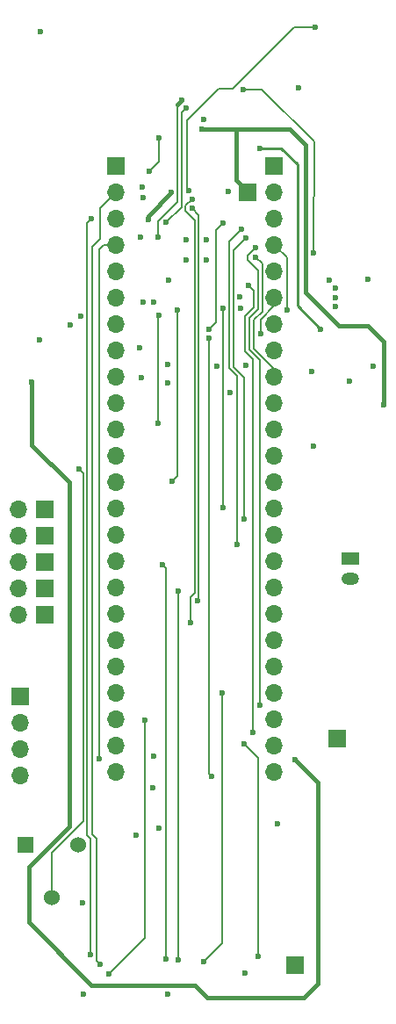
<source format=gbr>
G04 #@! TF.FileFunction,Copper,L4,Bot,Signal*
%FSLAX46Y46*%
G04 Gerber Fmt 4.6, Leading zero omitted, Abs format (unit mm)*
G04 Created by KiCad (PCBNEW 4.0.0-stable) date Friday, August 18, 2017 'PMt' 03:24:48 PM*
%MOMM*%
G01*
G04 APERTURE LIST*
%ADD10C,0.100000*%
%ADD11R,1.700000X1.200000*%
%ADD12O,1.700000X1.200000*%
%ADD13R,1.700000X1.700000*%
%ADD14O,1.700000X1.700000*%
%ADD15R,1.524000X1.524000*%
%ADD16C,1.524000*%
%ADD17C,0.600000*%
%ADD18C,0.177800*%
%ADD19C,0.381000*%
%ADD20C,0.203200*%
%ADD21C,0.250000*%
G04 APERTURE END LIST*
D10*
D11*
X135636000Y-81280000D03*
D12*
X135636000Y-83280000D03*
D13*
X130302000Y-120548400D03*
X103733600Y-94589600D03*
D14*
X103733600Y-97129600D03*
X103733600Y-99669600D03*
X103733600Y-102209600D03*
D13*
X134315200Y-98653600D03*
X113030000Y-43434000D03*
D14*
X113030000Y-45974000D03*
X113030000Y-48514000D03*
X113030000Y-51054000D03*
X113030000Y-53594000D03*
X113030000Y-56134000D03*
X113030000Y-58674000D03*
X113030000Y-61214000D03*
X113030000Y-63754000D03*
X113030000Y-66294000D03*
X113030000Y-68834000D03*
X113030000Y-71374000D03*
X113030000Y-73914000D03*
X113030000Y-76454000D03*
X113030000Y-78994000D03*
X113030000Y-81534000D03*
X113030000Y-84074000D03*
X113030000Y-86614000D03*
X113030000Y-89154000D03*
X113030000Y-91694000D03*
X113030000Y-94234000D03*
X113030000Y-96774000D03*
X113030000Y-99314000D03*
X113030000Y-101854000D03*
D13*
X125730000Y-45974000D03*
X128270000Y-43434000D03*
D14*
X128270000Y-45974000D03*
X128270000Y-48514000D03*
X128270000Y-51054000D03*
X128270000Y-53594000D03*
X128270000Y-56134000D03*
X128270000Y-58674000D03*
X128270000Y-61214000D03*
X128270000Y-63754000D03*
X128270000Y-66294000D03*
X128270000Y-68834000D03*
X128270000Y-71374000D03*
X128270000Y-73914000D03*
X128270000Y-76454000D03*
X128270000Y-78994000D03*
X128270000Y-81534000D03*
X128270000Y-84074000D03*
X128270000Y-86614000D03*
X128270000Y-89154000D03*
X128270000Y-91694000D03*
X128270000Y-94234000D03*
X128270000Y-96774000D03*
X128270000Y-99314000D03*
X128270000Y-101854000D03*
D13*
X106121200Y-76555600D03*
D14*
X103581200Y-76555600D03*
D13*
X106121200Y-79095600D03*
D14*
X103581200Y-79095600D03*
D13*
X106121200Y-81635600D03*
D14*
X103581200Y-81635600D03*
D13*
X106121200Y-84175600D03*
D14*
X103581200Y-84175600D03*
D13*
X106121200Y-86715600D03*
D14*
X103581200Y-86715600D03*
D15*
X104241600Y-108915200D03*
D16*
X109321600Y-108915200D03*
X106781600Y-113995200D03*
D17*
X132219700Y-30073600D03*
X119989600Y-45847000D03*
X132054600Y-70472300D03*
X137845800Y-62801500D03*
X109791500Y-114528600D03*
X116598700Y-100342700D03*
X119801600Y-52512000D03*
X121701600Y-52512000D03*
X121701600Y-50612000D03*
X119801600Y-50612000D03*
X122732800Y-62788800D03*
X109575600Y-57912000D03*
X115595400Y-56603900D03*
X115392200Y-50342800D03*
X105702100Y-30505400D03*
X130632200Y-35902900D03*
X121488200Y-38950900D03*
X123850400Y-45935900D03*
X115531900Y-45466000D03*
X124980700Y-57175400D03*
X128587500Y-106870500D03*
X114960400Y-107950000D03*
X109829600Y-123342400D03*
X118008400Y-123342400D03*
X125476000Y-121310400D03*
X131876800Y-63246000D03*
X135534400Y-64211200D03*
X134162800Y-57048400D03*
X134162800Y-55270400D03*
X134162800Y-56184800D03*
X117983000Y-64389000D03*
X118110000Y-54483000D03*
X124955300Y-56083200D03*
X125526800Y-62699900D03*
X117144800Y-107340400D03*
X116586000Y-103428800D03*
X115582700Y-46545500D03*
X117983000Y-62611000D03*
X115443000Y-63881000D03*
X105664000Y-60198000D03*
X116598700Y-56591200D03*
X116090700Y-48666400D03*
X118338600Y-46050200D03*
X123977400Y-65303400D03*
X133604000Y-54483000D03*
X137261600Y-54356000D03*
X115316000Y-61010800D03*
X108585000Y-58801000D03*
X109423200Y-72694800D03*
X138836400Y-66497200D03*
X121323100Y-39916100D03*
X123342400Y-48996600D03*
X121958100Y-59232800D03*
X104902000Y-64262000D03*
X130251200Y-100685600D03*
X125234700Y-36093400D03*
X132080000Y-51866800D03*
X126847600Y-41757600D03*
X132740400Y-59182000D03*
X126466600Y-51308000D03*
X126898400Y-95478600D03*
X126199900Y-98082100D03*
X125818900Y-54991000D03*
X111480600Y-120459500D03*
X110566200Y-119468900D03*
X110667800Y-48526700D03*
X111353600Y-100584000D03*
X125374400Y-99161600D03*
X126746000Y-119634000D03*
X122212100Y-102311200D03*
X121983500Y-60071000D03*
X117081300Y-68313300D03*
X117106700Y-57848500D03*
X118376700Y-73875900D03*
X118910100Y-57365900D03*
X117805200Y-119938800D03*
X117449600Y-81889600D03*
X118986300Y-84429600D03*
X118973600Y-119989600D03*
X129476500Y-57365900D03*
X126936500Y-59613800D03*
X126453900Y-52260500D03*
X123367800Y-76428600D03*
X123304300Y-57162700D03*
X121462800Y-120142000D03*
X123240800Y-94234000D03*
X112293400Y-121399300D03*
X115773200Y-96875600D03*
X125349000Y-77495400D03*
X125488700Y-50431700D03*
X124701300Y-79921100D03*
X125107700Y-49555400D03*
X120332500Y-47536100D03*
X120891300Y-85356700D03*
X120332500Y-46685200D03*
X120154700Y-87528400D03*
X117843300Y-48882300D03*
X119761000Y-37871400D03*
X117068600Y-50368200D03*
X119316500Y-37122100D03*
X117170200Y-40767000D03*
X116230400Y-44005500D03*
D18*
X130213100Y-30073600D02*
X132219700Y-30073600D01*
X124244100Y-36042600D02*
X130213100Y-30073600D01*
X122885200Y-36042600D02*
X124244100Y-36042600D01*
X119875300Y-39052500D02*
X122885200Y-36042600D01*
X119875300Y-45732700D02*
X119875300Y-39052500D01*
X119989600Y-45847000D02*
X119875300Y-45732700D01*
X119801600Y-52512000D02*
X119799100Y-52514500D01*
X121701600Y-52512000D02*
X121704100Y-52514500D01*
X121701600Y-50612000D02*
X121704100Y-50609500D01*
X119801600Y-50612000D02*
X119799100Y-50609500D01*
D19*
X115392200Y-50342800D02*
X115392200Y-50304700D01*
X128587500Y-106870500D02*
X128587500Y-106908600D01*
X116090700Y-48298100D02*
X116090700Y-48666400D01*
X118338600Y-46050200D02*
X116090700Y-48298100D01*
X133604000Y-54483000D02*
X133604000Y-54457600D01*
D20*
X106781600Y-113995200D02*
X106781600Y-109702600D01*
X109832798Y-73104398D02*
X109423200Y-72694800D01*
X109832798Y-106651402D02*
X109832798Y-73104398D01*
X106781600Y-109702600D02*
X109832798Y-106651402D01*
D19*
X138836400Y-61417200D02*
X138836400Y-60401200D01*
X138836400Y-66497200D02*
X138836400Y-61417200D01*
X131267200Y-52578000D02*
X131267200Y-41452800D01*
X131267200Y-41452800D02*
X129743200Y-39928800D01*
X124561600Y-39928800D02*
X129743200Y-39928800D01*
X131267200Y-55676800D02*
X131267200Y-52578000D01*
X134467600Y-58877200D02*
X131267200Y-55676800D01*
X137312400Y-58877200D02*
X134467600Y-58877200D01*
X138836400Y-60401200D02*
X137312400Y-58877200D01*
X125730000Y-45974000D02*
X124561600Y-44805600D01*
X124561600Y-44805600D02*
X124561600Y-39928800D01*
X124561600Y-39928800D02*
X121323100Y-39916100D01*
D18*
X122669300Y-49669700D02*
X123342400Y-48996600D01*
X122669300Y-58521600D02*
X122669300Y-49669700D01*
X121958100Y-59232800D02*
X122669300Y-58521600D01*
D19*
X108483400Y-107111800D02*
X108483400Y-73990200D01*
X104902000Y-70408800D02*
X104902000Y-64262000D01*
X108483400Y-73990200D02*
X104902000Y-70408800D01*
X130251200Y-100685600D02*
X132486400Y-102920800D01*
X104597200Y-110998000D02*
X108483400Y-107111800D01*
X108483400Y-107111800D02*
X108508800Y-107086400D01*
X104597200Y-116382800D02*
X104597200Y-110998000D01*
X110655100Y-122466100D02*
X104597200Y-116382800D01*
X120611900Y-122466100D02*
X110655100Y-122466100D01*
X121818400Y-123647200D02*
X120611900Y-122466100D01*
X131114800Y-123647200D02*
X121818400Y-123647200D01*
X132486400Y-122275600D02*
X131114800Y-123647200D01*
X132486400Y-102920800D02*
X132486400Y-122275600D01*
D20*
X127055319Y-36097919D02*
X125247400Y-36106100D01*
X125247400Y-36106100D02*
X125234700Y-36093400D01*
X132080000Y-51866800D02*
X132089367Y-41131967D01*
X132089367Y-41131967D02*
X127055319Y-36097919D01*
D21*
X128930400Y-41757600D02*
X126847600Y-41757600D01*
X130505200Y-43332400D02*
X128930400Y-41757600D01*
X130505200Y-56946800D02*
X130505200Y-43332400D01*
X132740400Y-59182000D02*
X130505200Y-56946800D01*
D20*
X126466600Y-51308000D02*
X125679200Y-52095400D01*
X125679200Y-52095400D02*
X125679200Y-52501800D01*
X125679200Y-52501800D02*
X126698398Y-53520998D01*
X126698398Y-53520998D02*
X126698398Y-57287788D01*
X126698398Y-57287788D02*
X125882400Y-58103786D01*
X125882400Y-58103786D02*
X125882400Y-61187314D01*
X125882400Y-61187314D02*
X126898400Y-62203314D01*
X126898400Y-62203314D02*
X126898400Y-95478600D01*
X126199900Y-62075028D02*
X126199900Y-98082100D01*
X125479198Y-61354326D02*
X126199900Y-62075028D01*
X125479198Y-57936774D02*
X125479198Y-61354326D01*
X126295196Y-57120776D02*
X125479198Y-57936774D01*
X126295196Y-55467296D02*
X126295196Y-57120776D01*
X125818900Y-54991000D02*
X126295196Y-55467296D01*
X110731300Y-107873800D02*
X110731300Y-107886500D01*
X113030000Y-45974000D02*
X111480600Y-47523400D01*
X111175800Y-120103900D02*
X111480600Y-120459500D01*
X111175800Y-109207300D02*
X111175800Y-120103900D01*
X110731300Y-51282600D02*
X110731300Y-107873800D01*
X111480600Y-50533300D02*
X110731300Y-51282600D01*
X111480600Y-47523400D02*
X111480600Y-50533300D01*
X111175800Y-108331000D02*
X111175800Y-109207300D01*
X110731300Y-107886500D02*
X111175800Y-108331000D01*
X110566200Y-108356400D02*
X110566200Y-119468900D01*
X110236000Y-108026200D02*
X110566200Y-108356400D01*
X110236000Y-48958500D02*
X110236000Y-108026200D01*
X110667800Y-48526700D02*
X110236000Y-48958500D01*
X111810800Y-51054000D02*
X113030000Y-51054000D01*
X111353600Y-51511200D02*
X111810800Y-51054000D01*
X111353600Y-100584000D02*
X111353600Y-51511200D01*
X126746000Y-100533200D02*
X125374400Y-99161600D01*
X126746000Y-119634000D02*
X126746000Y-100533200D01*
X121983500Y-102082600D02*
X122212100Y-102311200D01*
X121983500Y-60071000D02*
X121983500Y-102082600D01*
X117081300Y-57873900D02*
X117081300Y-68313300D01*
X117106700Y-57848500D02*
X117081300Y-57873900D01*
X118910100Y-73342500D02*
X118376700Y-73875900D01*
X118910100Y-57365900D02*
X118910100Y-73342500D01*
X117805200Y-119938800D02*
X117805200Y-82245200D01*
X117805200Y-82245200D02*
X117449600Y-81889600D01*
X118973600Y-119989600D02*
X118986300Y-84429600D01*
X129476500Y-52260500D02*
X128270000Y-51054000D01*
X129476500Y-57365900D02*
X129476500Y-52260500D01*
X128270000Y-56134000D02*
X128270000Y-56946800D01*
X126936500Y-58280300D02*
X128270000Y-56946800D01*
X126936500Y-59651900D02*
X126936500Y-58280300D01*
X128270000Y-63754000D02*
X128270000Y-63004700D01*
X128270000Y-63004700D02*
X126314200Y-61048900D01*
X127101600Y-52908200D02*
X126453900Y-52260500D01*
X127101600Y-57492900D02*
X127101600Y-52908200D01*
X126314200Y-58280300D02*
X127101600Y-57492900D01*
X126314200Y-61048900D02*
X126314200Y-58280300D01*
X123367800Y-76428600D02*
X123367800Y-57226200D01*
X123367800Y-57226200D02*
X123304300Y-57162700D01*
X121462800Y-120142000D02*
X123240800Y-118364000D01*
X123240800Y-118364000D02*
X123240800Y-94234000D01*
X112293400Y-121399300D02*
X115760500Y-117919500D01*
X115760500Y-117919500D02*
X115773200Y-96875600D01*
D18*
X125349000Y-63842900D02*
X125349000Y-77495400D01*
X124345700Y-62839600D02*
X125349000Y-63842900D01*
X124345700Y-51574700D02*
X124345700Y-62839600D01*
X125488700Y-50431700D02*
X124345700Y-51574700D01*
X124701300Y-63729492D02*
X124701300Y-79921100D01*
X123904398Y-62932590D02*
X124701300Y-63729492D01*
X123904398Y-50758702D02*
X123904398Y-62932590D01*
X125107700Y-49555400D02*
X123904398Y-50758702D01*
D20*
X120332500Y-47536100D02*
X120980200Y-48183800D01*
X120980200Y-85267800D02*
X120891300Y-85356700D01*
X120980200Y-48183800D02*
X120980200Y-85267800D01*
X120332500Y-46685200D02*
X119710200Y-47307500D01*
X120154700Y-85001100D02*
X120154700Y-87528400D01*
X120576998Y-84578802D02*
X120154700Y-85001100D01*
X120576998Y-48694998D02*
X120576998Y-84578802D01*
X119710200Y-47828200D02*
X120576998Y-48694998D01*
X119710200Y-47307500D02*
X119710200Y-47828200D01*
D18*
X117843300Y-48882300D02*
X119316500Y-47409100D01*
X119316500Y-38315900D02*
X119761000Y-37871400D01*
X119316500Y-47409100D02*
X119316500Y-38315900D01*
X117068600Y-50368200D02*
X117068600Y-48818800D01*
D19*
X118935500Y-37503100D02*
X119316500Y-37122100D01*
D18*
X118935500Y-46951900D02*
X118935500Y-37503100D01*
X117068600Y-48818800D02*
X118935500Y-46951900D01*
D20*
X117170200Y-43065700D02*
X117170200Y-40767000D01*
X116230400Y-44005500D02*
X117170200Y-43065700D01*
M02*

</source>
